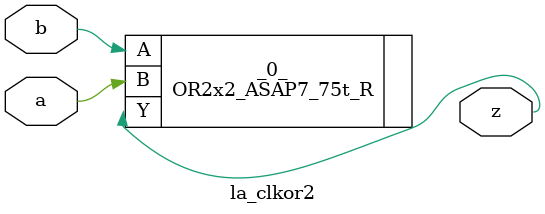
<source format=v>

/* Generated by Yosys 0.40 (git sha1 a1bb0255d, g++ 11.4.0-1ubuntu1~22.04 -fPIC -Os) */

module la_clkor2(a, b, z);
  input a;
  wire a;
  input b;
  wire b;
  output z;
  wire z;
  OR2x2_ASAP7_75t_R _0_ (
    .A(b),
    .B(a),
    .Y(z)
  );
endmodule

</source>
